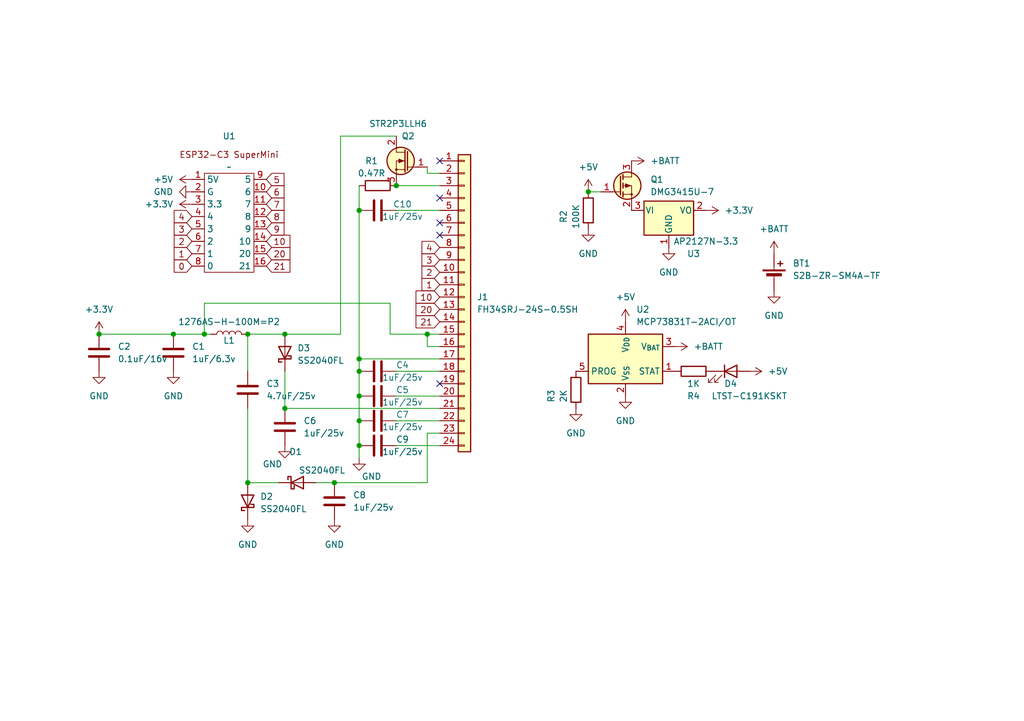
<source format=kicad_sch>
(kicad_sch (version 20230121) (generator eeschema)
  (paper "A5")
  (lib_symbols
    (symbol "Battery_Management:MCP73831-2-OT"
      (property "Reference" "U" (at -7.62 6.35 0))
      (property "Value" "MCP73831-2-OT" (at 1.27 6.35 0))
      (symbol "MCP73831-2-OT_0_1"
        (rectangle (start -7.62 5.08) (end 7.62 -5.08) (stroke (width 0.254)) (fill (type background)))
      )
      (symbol "MCP73831-2-OT_1_1"
        (pin output line (at 10.16 -2.54 180) (length 2.54) (name "STAT") (number "1"))
        (pin power_in line (at 0 -7.62 90) (length 2.54) (name "V_{SS}") (number "2"))
        (pin power_out line (at 10.16 2.54 180) (length 2.54) (name "V_{BAT}") (number "3"))
        (pin power_in line (at 0 7.62 270) (length 2.54) (name "V_{DD}") (number "4"))
        (pin input line (at -10.16 -2.54 0) (length 2.54) (name "PROG") (number "5"))
      )
    )
    (symbol "Connector_Generic:Conn_01x24" (pin_names (offset 1.016) hide)
      (property "Reference" "J" (at 0 30.48 0))
      (property "Value" "Conn_01x24" (at 0 -33.02 0))
      (symbol "Conn_01x24_1_1"
        (rectangle (start -1.27 -30.353) (end 0 -30.607) (stroke (width 0.1524)))
        (rectangle (start -1.27 -27.813) (end 0 -28.067) (stroke (width 0.1524)))
        (rectangle (start -1.27 -25.273) (end 0 -25.527) (stroke (width 0.1524)))
        (rectangle (start -1.27 -22.733) (end 0 -22.987) (stroke (width 0.1524)))
        (rectangle (start -1.27 -20.193) (end 0 -20.447) (stroke (width 0.1524)))
        (rectangle (start -1.27 -17.653) (end 0 -17.907) (stroke (width 0.1524)))
        (rectangle (start -1.27 -15.113) (end 0 -15.367) (stroke (width 0.1524)))
        (rectangle (start -1.27 -12.573) (end 0 -12.827) (stroke (width 0.1524)))
        (rectangle (start -1.27 -10.033) (end 0 -10.287) (stroke (width 0.1524)))
        (rectangle (start -1.27 -7.493) (end 0 -7.747) (stroke (width 0.1524)))
        (rectangle (start -1.27 -4.953) (end 0 -5.207) (stroke (width 0.1524)))
        (rectangle (start -1.27 -2.413) (end 0 -2.667) (stroke (width 0.1524)))
        (rectangle (start -1.27 0.127) (end 0 -0.127) (stroke (width 0.1524)))
        (rectangle (start -1.27 2.667) (end 0 2.413) (stroke (width 0.1524)))
        (rectangle (start -1.27 5.207) (end 0 4.953) (stroke (width 0.1524)))
        (rectangle (start -1.27 7.747) (end 0 7.493) (stroke (width 0.1524)))
        (rectangle (start -1.27 10.287) (end 0 10.033) (stroke (width 0.1524)))
        (rectangle (start -1.27 12.827) (end 0 12.573) (stroke (width 0.1524)))
        (rectangle (start -1.27 15.367) (end 0 15.113) (stroke (width 0.1524)))
        (rectangle (start -1.27 17.907) (end 0 17.653) (stroke (width 0.1524)))
        (rectangle (start -1.27 20.447) (end 0 20.193) (stroke (width 0.1524)))
        (rectangle (start -1.27 22.987) (end 0 22.733) (stroke (width 0.1524)))
        (rectangle (start -1.27 25.527) (end 0 25.273) (stroke (width 0.1524)))
        (rectangle (start -1.27 28.067) (end 0 27.813) (stroke (width 0.1524)))
        (rectangle (start -1.27 29.21) (end 1.27 -31.75) (stroke (width 0.254)) (fill (type background)))
        (pin passive line (at -5.08 27.94 0) (length 3.81) (name "Pin_1") (number "1"))
        (pin passive line (at -5.08 5.08 0) (length 3.81) (name "Pin_10") (number "10"))
        (pin passive line (at -5.08 2.54 0) (length 3.81) (name "Pin_11") (number "11"))
        (pin passive line (at -5.08 0 0) (length 3.81) (name "Pin_12") (number "12"))
        (pin passive line (at -5.08 -2.54 0) (length 3.81) (name "Pin_13") (number "13"))
        (pin passive line (at -5.08 -5.08 0) (length 3.81) (name "Pin_14") (number "14"))
        (pin passive line (at -5.08 -7.62 0) (length 3.81) (name "Pin_15") (number "15"))
        (pin passive line (at -5.08 -10.16 0) (length 3.81) (name "Pin_16") (number "16"))
        (pin passive line (at -5.08 -12.7 0) (length 3.81) (name "Pin_17") (number "17"))
        (pin passive line (at -5.08 -15.24 0) (length 3.81) (name "Pin_18") (number "18"))
        (pin passive line (at -5.08 -17.78 0) (length 3.81) (name "Pin_19") (number "19"))
        (pin passive line (at -5.08 25.4 0) (length 3.81) (name "Pin_2") (number "2"))
        (pin passive line (at -5.08 -20.32 0) (length 3.81) (name "Pin_20") (number "20"))
        (pin passive line (at -5.08 -22.86 0) (length 3.81) (name "Pin_21") (number "21"))
        (pin passive line (at -5.08 -25.4 0) (length 3.81) (name "Pin_22") (number "22"))
        (pin passive line (at -5.08 -27.94 0) (length 3.81) (name "Pin_23") (number "23"))
        (pin passive line (at -5.08 -30.48 0) (length 3.81) (name "Pin_24") (number "24"))
        (pin passive line (at -5.08 22.86 0) (length 3.81) (name "Pin_3") (number "3"))
        (pin passive line (at -5.08 20.32 0) (length 3.81) (name "Pin_4") (number "4"))
        (pin passive line (at -5.08 17.78 0) (length 3.81) (name "Pin_5") (number "5"))
        (pin passive line (at -5.08 15.24 0) (length 3.81) (name "Pin_6") (number "6"))
        (pin passive line (at -5.08 12.7 0) (length 3.81) (name "Pin_7") (number "7"))
        (pin passive line (at -5.08 10.16 0) (length 3.81) (name "Pin_8") (number "8"))
        (pin passive line (at -5.08 7.62 0) (length 3.81) (name "Pin_9") (number "9"))
      )
    )
    (symbol "Device:Battery_Cell" (pin_numbers hide) (pin_names (offset 0) hide)
      (property "Reference" "BT" (at 2.54 2.54 0))
      (property "Value" "Battery_Cell" (at 2.54 0 0))
      (symbol "Battery_Cell_0_1"
        (rectangle (start -2.286 1.778) (end 2.286 1.524) (fill (type outline)))
        (rectangle (start -1.524 1.016) (end 1.524 0.508) (fill (type outline)))
        (polyline (pts (xy 0 0.762) (xy 0 0)))
        (polyline (pts (xy 0 1.778) (xy 0 2.54)))
        (polyline (pts (xy 0.762 3.048) (xy 1.778 3.048)) (stroke (width 0.254)))
        (polyline (pts (xy 1.27 3.556) (xy 1.27 2.54)) (stroke (width 0.254)))
      )
      (symbol "Battery_Cell_1_1"
        (pin passive line (at 0 5.08 270) (length 2.54) (name "+") (number "1"))
        (pin passive line (at 0 -2.54 90) (length 2.54) (name "-") (number "2"))
      )
    )
    (symbol "Device:C" (pin_numbers hide) (pin_names (offset 0.254))
      (property "Reference" "C" (at 0.635 2.54 0))
      (property "Value" "C" (at 0.635 -2.54 0))
      (symbol "C_0_1"
        (polyline (pts (xy -2.032 -0.762) (xy 2.032 -0.762)) (stroke (width 0.508)))
        (polyline (pts (xy -2.032 0.762) (xy 2.032 0.762)) (stroke (width 0.508)))
      )
      (symbol "C_1_1"
        (pin passive line (at 0 3.81 270) (length 2.794) (name "~") (number "1"))
        (pin passive line (at 0 -3.81 90) (length 2.794) (name "~") (number "2"))
      )
    )
    (symbol "Device:L" (pin_numbers hide) (pin_names (offset 1.016) hide)
      (property "Reference" "L" (at -1.27 0 90))
      (property "Value" "L" (at 1.905 0 90))
      (symbol "L_0_1"
        (arc (start 0 -2.54) (mid 0.6323 -1.905) (end 0 -1.27))
        (arc (start 0 -1.27) (mid 0.6323 -0.635) (end 0 0))
        (arc (start 0 0) (mid 0.6323 0.635) (end 0 1.27))
        (arc (start 0 1.27) (mid 0.6323 1.905) (end 0 2.54))
      )
      (symbol "L_1_1"
        (pin passive line (at 0 3.81 270) (length 1.27) (name "1") (number "1"))
        (pin passive line (at 0 -3.81 90) (length 1.27) (name "2") (number "2"))
      )
    )
    (symbol "Device:LED" (pin_numbers hide) (pin_names (offset 1.016) hide)
      (property "Reference" "D" (at 0 2.54 0))
      (property "Value" "LED" (at 0 -2.54 0))
      (symbol "LED_0_1"
        (polyline (pts (xy -1.27 -1.27) (xy -1.27 1.27)) (stroke (width 0.254)))
        (polyline (pts (xy -1.27 0) (xy 1.27 0)))
        (polyline (pts (xy 1.27 -1.27) (xy 1.27 1.27) (xy -1.27 0) (xy 1.27 -1.27)) (stroke (width 0.254)))
        (polyline (pts (xy -3.048 -0.762) (xy -4.572 -2.286) (xy -3.81 -2.286) (xy -4.572 -2.286) (xy -4.572 -1.524)))
        (polyline (pts (xy -1.778 -0.762) (xy -3.302 -2.286) (xy -2.54 -2.286) (xy -3.302 -2.286) (xy -3.302 -1.524)))
      )
      (symbol "LED_1_1"
        (pin passive line (at -3.81 0 0) (length 2.54) (name "K") (number "1"))
        (pin passive line (at 3.81 0 180) (length 2.54) (name "A") (number "2"))
      )
    )
    (symbol "Device:R" (pin_numbers hide) (pin_names (offset 0))
      (property "Reference" "R" (at 2.032 0 90))
      (property "Value" "R" (at 0 0 90))
      (symbol "R_0_1"
        (rectangle (start -1.016 -2.54) (end 1.016 2.54) (stroke (width 0.254)))
      )
      (symbol "R_1_1"
        (pin passive line (at 0 3.81 270) (length 1.27) (name "~") (number "1"))
        (pin passive line (at 0 -3.81 90) (length 1.27) (name "~") (number "2"))
      )
    )
    (symbol "Diode:C3D02065E" (pin_numbers hide) (pin_names (offset 1.016) hide)
      (property "Reference" "D" (at 0 2.54 0))
      (property "Value" "C3D02065E" (at 0 -2.54 0))
      (symbol "C3D02065E_0_1"
        (polyline (pts (xy 1.27 0) (xy -1.27 0)))
        (polyline (pts (xy 1.27 1.27) (xy 1.27 -1.27) (xy -1.27 0) (xy 1.27 1.27)) (stroke (width 0.254)))
        (polyline (pts (xy -1.905 0.635) (xy -1.905 1.27) (xy -1.27 1.27) (xy -1.27 -1.27) (xy -0.635 -1.27) (xy -0.635 -0.635)) (stroke (width 0.254)))
      )
      (symbol "C3D02065E_1_1"
        (pin passive line (at -3.81 0 0) (length 2.54) (name "K") (number "1"))
        (pin passive line (at 3.81 0 180) (length 2.54) (name "A") (number "2"))
      )
    )
    (symbol "PCM_Transistor_MOSFET_AKL:DMG3415U" (pin_names hide)
      (property "Reference" "Q" (at 5.08 1.27 0))
      (property "Value" "DMG3415U" (at 5.08 -1.27 0))
      (symbol "DMG3415U_0_1"
        (polyline (pts (xy 0.254 -1.905) (xy 0.254 1.905)) (stroke (width 0.254)))
        (polyline (pts (xy 0.254 1.27) (xy -2.54 1.27)))
        (polyline (pts (xy 0.762 -2.286) (xy 0.762 -1.27)) (stroke (width 0.254)))
        (polyline (pts (xy 0.762 -1.778) (xy 2.54 -1.778)))
        (polyline (pts (xy 0.762 -0.508) (xy 0.762 0.508)) (stroke (width 0.254)))
        (polyline (pts (xy 0.762 1.27) (xy 0.762 2.286)) (stroke (width 0.254)))
        (polyline (pts (xy 0.762 1.778) (xy 2.54 1.778)))
        (polyline (pts (xy 2.54 -2.54) (xy 2.54 -1.778)))
        (polyline (pts (xy 2.54 2.54) (xy 2.54 0) (xy 0.762 0)))
        (polyline (pts (xy 2.286 0) (xy 1.27 -0.381) (xy 1.27 0.381) (xy 2.286 0)) (fill (type outline)))
      )
      (symbol "DMG3415U_1_1"
        (circle (center 1.651 0) (radius 2.794) (stroke (width 0.254)) (fill (type background)))
        (circle (center 2.54 1.778) (radius 0.1778) (fill (type outline)))
        (pin input line (at -3.81 1.27 0) (length 2.54) (name "G") (number "1"))
        (pin passive line (at 2.54 5.08 270) (length 2.54) (name "S") (number "2"))
        (pin passive line (at 2.54 -5.08 90) (length 2.54) (name "D") (number "3"))
      )
    )
    (symbol "PCM_Transistor_MOSFET_AKL:Q_NMOS-D_Generic_GDS" (pin_names hide)
      (property "Reference" "Q" (at 5.08 1.27 0))
      (property "Value" "Q_NMOS-D_Generic_GDS" (at 5.08 -1.27 0))
      (symbol "Q_NMOS-D_Generic_GDS_0_1"
        (polyline (pts (xy 0.254 -1.27) (xy -2.54 -1.27)))
        (polyline (pts (xy 0.254 1.905) (xy 0.254 -1.905)) (stroke (width 0.254)))
        (polyline (pts (xy 0.762 -2.286) (xy 0.762 2.286)) (stroke (width 0.254)))
        (polyline (pts (xy 0.762 -1.778) (xy 2.54 -1.778)))
        (polyline (pts (xy 2.54 1.778) (xy 0.762 1.778)))
        (polyline (pts (xy 2.54 2.54) (xy 2.54 1.778)))
        (polyline (pts (xy 2.54 -2.54) (xy 2.54 0) (xy 0.762 0)))
        (polyline (pts (xy 1.016 0) (xy 2.032 0.381) (xy 2.032 -0.381) (xy 1.016 0)) (fill (type outline)))
        (circle (center 1.651 0) (radius 2.794) (stroke (width 0.254)) (fill (type background)))
        (circle (center 2.54 -1.778) (radius 0.1778) (fill (type outline)))
      )
      (symbol "Q_NMOS-D_Generic_GDS_1_1"
        (pin input line (at -3.81 -1.27 0) (length 2.54) (name "G") (number "1"))
        (pin passive line (at 2.54 5.08 270) (length 2.54) (name "D") (number "2"))
        (pin passive line (at 2.54 -5.08 90) (length 2.54) (name "S") (number "3"))
      )
    )
    (symbol "Regulator_Linear:AP2127N-3.3" (pin_names (offset 0.254))
      (property "Reference" "U" (at -3.81 3.175 0))
      (property "Value" "AP2127N-3.3" (at 0 3.175 0))
      (symbol "AP2127N-3.3_0_1"
        (rectangle (start -5.08 1.905) (end 5.08 -5.08) (stroke (width 0.254)) (fill (type background)))
      )
      (symbol "AP2127N-3.3_1_1"
        (pin power_in line (at 0 -7.62 90) (length 2.54) (name "GND") (number "1"))
        (pin power_out line (at 7.62 0 180) (length 2.54) (name "VO") (number "2"))
        (pin power_in line (at -7.62 0 0) (length 2.54) (name "VI") (number "3"))
      )
    )
    (symbol "custom:esp32-c3_superMini"
      (property "Reference" "U" (at 0 0 0))
      (symbol "esp32-c3_superMini_0_1"
        (rectangle (start -5.08 -1.27) (end 5.08 -21.59))
      )
      (symbol "esp32-c3_superMini_1_1"
        (text "ESP32-C3 SuperMini\n" (at 0 2.54 0) (effects (font (size 1.27 1.27))))
        (pin bidirectional line (at -7.62 -2.54 0) (length 2.54) (name "5V") (number "1"))
        (pin bidirectional line (at 7.62 -5.08 180) (length 2.54) (name "6") (number "10"))
        (pin bidirectional line (at 7.62 -7.62 180) (length 2.54) (name "7") (number "11"))
        (pin bidirectional line (at 7.62 -10.16 180) (length 2.54) (name "8") (number "12"))
        (pin bidirectional line (at 7.62 -12.7 180) (length 2.54) (name "9") (number "13"))
        (pin bidirectional line (at 7.62 -15.24 180) (length 2.54) (name "10") (number "14"))
        (pin bidirectional line (at 7.62 -17.78 180) (length 2.54) (name "20") (number "15"))
        (pin bidirectional line (at 7.62 -20.32 180) (length 2.54) (name "21") (number "16"))
        (pin bidirectional line (at -7.62 -5.08 0) (length 2.54) (name "G") (number "2"))
        (pin bidirectional line (at -7.62 -7.62 0) (length 2.54) (name "3.3") (number "3"))
        (pin bidirectional line (at -7.62 -10.16 0) (length 2.54) (name "4") (number "4"))
        (pin bidirectional line (at -7.62 -12.7 0) (length 2.54) (name "3") (number "5"))
        (pin bidirectional line (at -7.62 -15.24 0) (length 2.54) (name "2") (number "6"))
        (pin bidirectional line (at -7.62 -17.78 0) (length 2.54) (name "1") (number "7"))
        (pin bidirectional line (at -7.62 -20.32 0) (length 2.54) (name "0") (number "8"))
        (pin bidirectional line (at 7.62 -2.54 180) (length 2.54) (name "5") (number "9"))
      )
    )
    (symbol "power:+3.3V" (power) (pin_names (offset 0))
      (property "Value" "+3.3V" (at 0 3.556 0))
      (symbol "+3.3V_0_1"
        (polyline (pts (xy -0.762 1.27) (xy 0 2.54)))
        (polyline (pts (xy 0 0) (xy 0 2.54)))
        (polyline (pts (xy 0 2.54) (xy 0.762 1.27)))
      )
      (symbol "+3.3V_1_1"
        (pin power_in line (at 0 0 90) (length 0) hide (name "+3.3V") (number "1"))
      )
    )
    (symbol "power:+5V" (power) (pin_names (offset 0))
      (property "Value" "+5V" (at 0 3.556 0))
      (symbol "+5V_0_1"
        (polyline (pts (xy -0.762 1.27) (xy 0 2.54)))
        (polyline (pts (xy 0 0) (xy 0 2.54)))
        (polyline (pts (xy 0 2.54) (xy 0.762 1.27)))
      )
      (symbol "+5V_1_1"
        (pin power_in line (at 0 0 90) (length 0) hide (name "+5V") (number "1"))
      )
    )
    (symbol "power:+BATT" (power) (pin_names (offset 0))
      (property "Value" "+BATT" (at 0 3.556 0))
      (symbol "+BATT_0_1"
        (polyline (pts (xy -0.762 1.27) (xy 0 2.54)))
        (polyline (pts (xy 0 0) (xy 0 2.54)))
        (polyline (pts (xy 0 2.54) (xy 0.762 1.27)))
      )
      (symbol "+BATT_1_1"
        (pin power_in line (at 0 0 90) (length 0) hide (name "+BATT") (number "1"))
      )
    )
    (symbol "power:GND" (power) (pin_names (offset 0))
      (property "Value" "GND" (at 0 -3.81 0))
      (symbol "GND_0_1"
        (polyline (pts (xy 0 0) (xy 0 -1.27) (xy 1.27 -1.27) (xy 0 -2.54) (xy -1.27 -1.27) (xy 0 -1.27)))
      )
      (symbol "GND_1_1"
        (pin power_in line (at 0 0 270) (length 0) hide (name "GND") (number "1"))
      )
    )
  )
  (junction (at 58.42 68.58))
  (junction (at 35.56 68.58))
  (junction (at 50.8 99.06))
  (junction (at 68.58 99.06))
  (junction (at 73.66 86.36))
  (junction (at 50.8 68.58))
  (junction (at 73.66 91.44))
  (junction (at 87.63 68.58))
  (junction (at 73.66 73.66))
  (junction (at 73.66 76.2))
  (junction (at 73.66 81.28))
  (junction (at 73.66 43.18))
  (junction (at 120.65 39.37))
  (junction (at 81.28 38.1))
  (junction (at 20.32 68.58))
  (junction (at 41.91 68.58))
  (junction (at 58.42 83.82))
  (no_connect (at 90.17 48.26))
  (no_connect (at 90.17 78.74))
  (no_connect (at 90.17 33.02))
  (no_connect (at 90.17 45.72))
  (no_connect (at 90.17 40.64))
  (wire (pts (xy 50.8 83.82) (xy 50.8 99.06)))
  (wire (pts (xy 73.66 38.1) (xy 73.66 43.18)))
  (wire (pts (xy 80.01 62.23) (xy 41.91 62.23)))
  (wire (pts (xy 69.85 27.94) (xy 69.85 68.58)))
  (wire (pts (xy 41.91 62.23) (xy 41.91 68.58)))
  (wire (pts (xy 87.63 68.58) (xy 87.63 71.12)))
  (wire (pts (xy 50.8 68.58) (xy 50.8 76.2)))
  (wire (pts (xy 81.28 38.1) (xy 90.17 38.1)))
  (wire (pts (xy 81.28 86.36) (xy 90.17 86.36)))
  (wire (pts (xy 80.01 68.58) (xy 80.01 62.23)))
  (wire (pts (xy 73.66 76.2) (xy 73.66 81.28)))
  (wire (pts (xy 58.42 76.2) (xy 58.42 83.82)))
  (wire (pts (xy 50.8 68.58) (xy 58.42 68.58)))
  (wire (pts (xy 58.42 83.82) (xy 90.17 83.82)))
  (wire (pts (xy 73.66 81.28) (xy 73.66 86.36)))
  (wire (pts (xy 90.17 68.58) (xy 87.63 68.58)))
  (wire (pts (xy 87.63 71.12) (xy 90.17 71.12)))
  (wire (pts (xy 81.28 91.44) (xy 90.17 91.44)))
  (wire (pts (xy 87.63 35.56) (xy 87.63 34.29)))
  (wire (pts (xy 81.28 27.94) (xy 69.85 27.94)))
  (wire (pts (xy 35.56 68.58) (xy 41.91 68.58)))
  (wire (pts (xy 58.42 68.58) (xy 69.85 68.58)))
  (wire (pts (xy 120.65 39.37) (xy 123.19 39.37)))
  (wire (pts (xy 81.28 76.2) (xy 90.17 76.2)))
  (wire (pts (xy 50.8 99.06) (xy 57.15 99.06)))
  (wire (pts (xy 73.66 73.66) (xy 90.17 73.66)))
  (wire (pts (xy 73.66 73.66) (xy 73.66 76.2)))
  (wire (pts (xy 41.91 68.58) (xy 43.18 68.58)))
  (wire (pts (xy 73.66 91.44) (xy 73.66 93.98)))
  (wire (pts (xy 73.66 43.18) (xy 73.66 73.66)))
  (wire (pts (xy 81.28 43.18) (xy 90.17 43.18)))
  (wire (pts (xy 64.77 99.06) (xy 68.58 99.06)))
  (wire (pts (xy 81.28 81.28) (xy 90.17 81.28)))
  (wire (pts (xy 87.63 68.58) (xy 80.01 68.58)))
  (wire (pts (xy 73.66 86.36) (xy 73.66 91.44)))
  (wire (pts (xy 20.32 68.58) (xy 35.56 68.58)))
  (wire (pts (xy 87.63 88.9) (xy 90.17 88.9)))
  (wire (pts (xy 87.63 88.9) (xy 87.63 99.06)))
  (wire (pts (xy 90.17 35.56) (xy 87.63 35.56)))
  (wire (pts (xy 87.63 99.06) (xy 68.58 99.06)))
  (global_label "10" (shape input) (at 54.61 49.53 0) (property "Intersheetrefs" "${INTERSHEET_REFS}" (effects hide)))
  (global_label "1" (shape input) (at 90.17 58.42 180) (property "Intersheetrefs" "${INTERSHEET_REFS}" (effects hide)))
  (global_label "4" (shape input) (at 39.37 44.45 180) (property "Intersheetrefs" "${INTERSHEET_REFS}" (effects hide)))
  (global_label "0" (shape input) (at 39.37 54.61 180) (property "Intersheetrefs" "${INTERSHEET_REFS}" (effects hide)))
  (global_label "21" (shape input) (at 90.17 66.04 180) (property "Intersheetrefs" "${INTERSHEET_REFS}" (effects hide)))
  (global_label "3" (shape input) (at 39.37 46.99 180) (property "Intersheetrefs" "${INTERSHEET_REFS}" (effects hide)))
  (global_label "2" (shape input) (at 39.37 49.53 180) (property "Intersheetrefs" "${INTERSHEET_REFS}" (effects hide)))
  (global_label "9" (shape input) (at 54.61 46.99 0) (property "Intersheetrefs" "${INTERSHEET_REFS}" (effects hide)))
  (global_label "2" (shape input) (at 90.17 55.88 180) (property "Intersheetrefs" "${INTERSHEET_REFS}" (effects hide)))
  (global_label "4" (shape input) (at 90.17 50.8 180) (property "Intersheetrefs" "${INTERSHEET_REFS}" (effects hide)))
  (global_label "8" (shape input) (at 54.61 44.45 0) (property "Intersheetrefs" "${INTERSHEET_REFS}" (effects hide)))
  (global_label "6" (shape input) (at 54.61 39.37 0) (property "Intersheetrefs" "${INTERSHEET_REFS}" (effects hide)))
  (global_label "21" (shape input) (at 54.61 54.61 0) (property "Intersheetrefs" "${INTERSHEET_REFS}" (effects hide)))
  (global_label "1" (shape input) (at 39.37 52.07 180) (property "Intersheetrefs" "${INTERSHEET_REFS}" (effects hide)))
  (global_label "5" (shape input) (at 54.61 36.83 0) (property "Intersheetrefs" "${INTERSHEET_REFS}" (effects hide)))
  (global_label "7" (shape input) (at 54.61 41.91 0) (property "Intersheetrefs" "${INTERSHEET_REFS}" (effects hide)))
  (global_label "20" (shape input) (at 90.17 63.5 180) (property "Intersheetrefs" "${INTERSHEET_REFS}" (effects hide)))
  (global_label "20" (shape input) (at 54.61 52.07 0) (property "Intersheetrefs" "${INTERSHEET_REFS}" (effects hide)))
  (global_label "3" (shape input) (at 90.17 53.34 180) (property "Intersheetrefs" "${INTERSHEET_REFS}" (effects hide)))
  (global_label "10" (shape input) (at 90.17 60.96 180) (property "Intersheetrefs" "${INTERSHEET_REFS}" (effects hide)))
  (symbol (lib_id "power:GND") (at 73.66 93.98 0) (unit 1)
    (property "Reference" "#PWR010" (effects hide))
    (property "Value" "GND" (at 76.2 97.79 0))
  )
  (symbol (lib_id "Device:C") (at 68.58 102.87 0) (unit 1)
    (property "Reference" "C8" (at 72.39 101.6 0) (effects (justify left)))
    (property "Value" "1uF/25v" (at 72.39 104.14 0) (effects (justify left)))
    (property "Footprint" "PCM_Capacitor_SMD_AKL:C_0603_1608Metric" (effects hide))
  )
  (symbol (lib_id "Device:C") (at 58.42 87.63 0) (unit 1)
    (property "Reference" "C6" (at 62.23 86.36 0) (effects (justify left)))
    (property "Value" "1uF/25v" (at 62.23 88.9 0) (effects (justify left)))
    (property "Footprint" "PCM_Capacitor_SMD_AKL:C_0603_1608Metric" (effects hide))
  )
  (symbol (lib_id "Device:R") (at 120.65 43.18 180) (unit 1)
    (property "Reference" "R2" (at 115.57 44.45 90))
    (property "Value" "100K" (at 118.11 44.45 90))
    (property "Footprint" "PCM_Resistor_SMD_AKL:R_0603_1608Metric" (effects hide))
  )
  (symbol (lib_id "Device:LED") (at 149.86 76.2 0) (unit 1)
    (property "Reference" "D4" (at 149.86 78.74 0))
    (property "Value" "LTST-C191KSKT" (at 153.67 81.28 0))
    (property "Footprint" "LED_SMD:LED_0603_1608Metric" (effects hide))
  )
  (symbol (lib_id "Device:Battery_Cell") (at 158.75 57.15 0) (unit 1)
    (property "Reference" "BT1" (at 162.56 54.0385 0) (effects (justify left)))
    (property "Value" "S2B-ZR-SM4A-TF" (at 162.56 56.5785 0) (effects (justify left)))
    (property "Footprint" "Connector_JST:JST_PH_S2B-PH-SM4-TB_1x02-1MP_P2.00mm_Horizontal" (effects hide))
  )
  (symbol (lib_id "Device:R") (at 77.47 38.1 90) (unit 1)
    (property "Reference" "R1" (at 76.2 33.02 90))
    (property "Value" "0.47R" (at 76.2 35.56 90))
    (property "Footprint" "PCM_Resistor_SMD_AKL:R_0603_1608Metric" (effects hide))
  )
  (symbol (lib_id "power:+5V") (at 128.27 66.04 0) (unit 1)
    (property "Reference" "#PWR015" (effects hide))
    (property "Value" "+5V" (at 128.27 60.96 0))
  )
  (symbol (lib_id "Device:C") (at 50.8 80.01 0) (unit 1)
    (property "Reference" "C3" (at 54.61 78.74 0) (effects (justify left)))
    (property "Value" "4.7uF/25v" (at 54.61 81.28 0) (effects (justify left)))
    (property "Footprint" "PCM_Capacitor_SMD_AKL:C_0603_1608Metric" (effects hide))
  )
  (symbol (lib_id "power:+5V") (at 120.65 39.37 0) (unit 1)
    (property "Reference" "#PWR011" (effects hide))
    (property "Value" "+5V" (at 120.65 34.29 0))
  )
  (symbol (lib_id "Device:R") (at 142.24 76.2 270) (unit 1)
    (property "Reference" "R4" (at 142.24 81.28 90))
    (property "Value" "1K" (at 142.24 78.74 90))
    (property "Footprint" "PCM_Resistor_SMD_AKL:R_0603_1608Metric" (effects hide))
  )
  (symbol (lib_id "power:GND") (at 128.27 81.28 0) (unit 1)
    (property "Reference" "#PWR017" (effects hide))
    (property "Value" "GND" (at 128.27 86.36 0))
  )
  (symbol (lib_id "power:+BATT") (at 158.75 52.07 0) (unit 1)
    (property "Reference" "#PWR020" (effects hide))
    (property "Value" "+BATT" (at 158.75 46.99 0))
  )
  (symbol (lib_id "Device:C") (at 77.47 43.18 90) (unit 1)
    (property "Reference" "C10" (at 82.55 41.91 90))
    (property "Value" "1uF/25v" (at 82.55 44.45 90))
    (property "Footprint" "PCM_Capacitor_SMD_AKL:C_0603_1608Metric" (effects hide))
  )
  (symbol (lib_id "Battery_Management:MCP73831-2-OT") (at 128.27 73.66 0) (unit 1)
    (property "Reference" "U2" (at 130.4641 63.5 0) (effects (justify left)))
    (property "Value" "MCP73831T-2ACI/OT" (at 130.4641 66.04 0) (effects (justify left)))
    (property "Footprint" "Package_TO_SOT_SMD:SOT-23-5" (effects hide))
    (property "Datasheet" "http://ww1.microchip.com/downloads/en/DeviceDoc/20001984g.pdf" (effects hide))
  )
  (symbol (lib_id "power:GND") (at 118.11 83.82 0) (unit 1)
    (property "Reference" "#PWR016" (effects hide))
    (property "Value" "GND" (at 118.11 88.9 0))
  )
  (symbol (lib_id "power:+3.3V") (at 144.78 43.18 270) (unit 1)
    (property "Reference" "#PWR013" (effects hide))
    (property "Value" "+3.3V" (at 148.59 43.18 90) (effects (justify left)))
  )
  (symbol (lib_id "power:+5V") (at 153.67 76.2 270) (unit 1)
    (property "Reference" "#PWR019" (effects hide))
    (property "Value" "+5V" (at 157.48 76.2 90) (effects (justify left)))
  )
  (symbol (lib_id "power:+BATT") (at 138.43 71.12 270) (unit 1)
    (property "Reference" "#PWR018" (effects hide))
    (property "Value" "+BATT" (at 142.24 71.12 90) (effects (justify left)))
  )
  (symbol (lib_id "Connector_Generic:Conn_01x24") (at 95.25 60.96 0) (unit 1)
    (property "Reference" "J1" (at 97.79 60.96 0) (effects (justify left)))
    (property "Value" "FH34SRJ-24S-0.5SH" (at 97.79 63.5 0) (effects (justify left)))
    (property "Footprint" "custom:FH34SRJ-24S-0.5SH" (effects hide))
  )
  (symbol (lib_id "Diode:C3D02065E") (at 50.8 102.87 90) (unit 1)
    (property "Reference" "D2" (at 53.34 101.9175 90) (effects (justify right)))
    (property "Value" "SS2040FL" (at 53.34 104.4575 90) (effects (justify right)))
    (property "Footprint" "PCM_Diode_SMD_AKL:D_0603_1608Metric" (effects hide))
    (property "Datasheet" "https://www.wolfspeed.com/media/downloads/118/C3D02065E.pdf" (effects hide))
  )
  (symbol (lib_id "power:GND") (at 50.8 106.68 0) (unit 1)
    (property "Reference" "#PWR08" (effects hide))
    (property "Value" "GND" (at 50.8 111.76 0))
  )
  (symbol (lib_id "Device:C") (at 77.47 86.36 90) (unit 1)
    (property "Reference" "C7" (at 82.55 85.09 90))
    (property "Value" "1uF/25v" (at 82.55 87.63 90))
    (property "Footprint" "PCM_Capacitor_SMD_AKL:C_0603_1608Metric" (effects hide))
  )
  (symbol (lib_id "power:GND") (at 20.32 76.2 0) (unit 1)
    (property "Reference" "#PWR07" (effects hide))
    (property "Value" "GND" (at 20.32 81.28 0))
  )
  (symbol (lib_id "power:GND") (at 35.56 76.2 0) (unit 1)
    (property "Reference" "#PWR06" (effects hide))
    (property "Value" "GND" (at 35.56 81.28 0))
  )
  (symbol (lib_id "custom:esp32-c3_superMini") (at 46.99 34.29 0) (unit 1)
    (property "Reference" "U1" (at 46.99 27.94 0))
    (property "Value" "~" (at 46.99 34.29 0))
    (property "Footprint" "custom:esp32-c3 superMini" (effects hide))
  )
  (symbol (lib_id "Device:C") (at 77.47 91.44 90) (unit 1)
    (property "Reference" "C9" (at 82.55 90.17 90))
    (property "Value" "1uF/25v" (at 82.55 92.71 90))
    (property "Footprint" "PCM_Capacitor_SMD_AKL:C_0603_1608Metric" (effects hide))
  )
  (symbol (lib_id "Diode:C3D02065E") (at 58.42 72.39 90) (unit 1)
    (property "Reference" "D3" (at 60.96 71.4375 90) (effects (justify right)))
    (property "Value" "SS2040FL" (at 60.96 73.9775 90) (effects (justify right)))
    (property "Footprint" "PCM_Diode_SMD_AKL:D_0603_1608Metric" (effects hide))
    (property "Datasheet" "https://www.wolfspeed.com/media/downloads/118/C3D02065E.pdf" (effects hide))
  )
  (symbol (lib_id "Device:C") (at 20.32 72.39 0) (unit 1)
    (property "Reference" "C2" (at 24.13 71.12 0) (effects (justify left)))
    (property "Value" "0.1uF/16v" (at 24.13 73.66 0) (effects (justify left)))
    (property "Footprint" "PCM_Capacitor_SMD_AKL:C_0603_1608Metric" (effects hide))
  )
  (symbol (lib_id "power:GND") (at 58.42 91.44 0) (unit 1)
    (property "Reference" "#PWR09" (effects hide))
    (property "Value" "GND" (at 55.88 95.25 0))
  )
  (symbol (lib_id "power:GND") (at 68.58 106.68 0) (unit 1)
    (property "Reference" "#PWR05" (effects hide))
    (property "Value" "GND" (at 68.58 111.76 0))
  )
  (symbol (lib_id "PCM_Transistor_MOSFET_AKL:Q_NMOS-D_Generic_GDS") (at 83.82 33.02 0) (mirror y) (unit 1)
    (property "Reference" "Q2" (at 85.09 27.94 0) (effects (justify left)))
    (property "Value" "STR2P3LLH6" (at 87.63 25.4 0) (effects (justify left)))
    (property "Footprint" "PCM_Package_TO_SOT_SMD_AKL:SC-59" (effects hide))
  )
  (symbol (lib_id "power:GND") (at 39.37 39.37 270) (unit 1)
    (property "Reference" "#PWR01" (effects hide))
    (property "Value" "GND" (at 35.56 39.37 90) (effects (justify right)))
  )
  (symbol (lib_id "Device:C") (at 77.47 81.28 90) (unit 1)
    (property "Reference" "C5" (at 82.55 80.01 90))
    (property "Value" "1uF/25v" (at 82.55 82.55 90))
    (property "Footprint" "PCM_Capacitor_SMD_AKL:C_0603_1608Metric" (effects hide))
  )
  (symbol (lib_id "Regulator_Linear:AP2127N-3.3") (at 137.16 43.18 0) (unit 1)
    (property "Reference" "U3" (at 142.24 52.07 0))
    (property "Value" "AP2127N-3.3" (at 144.78 49.53 0))
    (property "Footprint" "Package_TO_SOT_SMD:SOT-23" (effects hide))
    (property "Datasheet" "https://www.diodes.com/assets/Datasheets/AP2127.pdf" (effects hide))
  )
  (symbol (lib_id "power:+3.3V") (at 39.37 41.91 90) (unit 1)
    (property "Reference" "#PWR02" (effects hide))
    (property "Value" "+3.3V" (at 35.56 41.91 90) (effects (justify left)))
  )
  (symbol (lib_id "power:+5V") (at 39.37 36.83 90) (unit 1)
    (property "Reference" "#PWR03" (effects hide))
    (property "Value" "+5V" (at 35.56 36.83 90) (effects (justify left)))
  )
  (symbol (lib_id "power:GND") (at 137.16 50.8 0) (unit 1)
    (property "Reference" "#PWR022" (effects hide))
    (property "Value" "GND" (at 137.16 55.88 0))
  )
  (symbol (lib_id "Device:C") (at 35.56 72.39 0) (unit 1)
    (property "Reference" "C1" (at 39.37 71.12 0) (effects (justify left)))
    (property "Value" "1uF/6.3v" (at 39.37 73.66 0) (effects (justify left)))
    (property "Footprint" "PCM_Capacitor_SMD_AKL:C_0603_1608Metric" (effects hide))
  )
  (symbol (lib_id "power:+3.3V") (at 20.32 68.58 0) (unit 1)
    (property "Reference" "#PWR04" (effects hide))
    (property "Value" "+3.3V" (at 20.32 63.5 0))
  )
  (symbol (lib_id "Diode:C3D02065E") (at 60.96 99.06 0) (unit 1)
    (property "Reference" "D1" (at 60.6425 92.71 0))
    (property "Value" "SS2040FL" (at 66.04 96.52 0))
    (property "Footprint" "PCM_Diode_SMD_AKL:D_0603_1608Metric" (effects hide))
    (property "Datasheet" "https://www.wolfspeed.com/media/downloads/118/C3D02065E.pdf" (effects hide))
  )
  (symbol (lib_id "Device:C") (at 77.47 76.2 90) (unit 1)
    (property "Reference" "C4" (at 82.55 74.93 90))
    (property "Value" "1uF/25v" (at 82.55 77.47 90))
    (property "Footprint" "PCM_Capacitor_SMD_AKL:C_0603_1608Metric" (effects hide))
  )
  (symbol (lib_id "Device:R") (at 118.11 80.01 180) (unit 1)
    (property "Reference" "R3" (at 113.03 81.28 90))
    (property "Value" "2K" (at 115.57 81.28 90))
    (property "Footprint" "PCM_Resistor_SMD_AKL:R_0603_1608Metric" (effects hide))
  )
  (symbol (lib_id "Device:L") (at 46.99 68.58 90) (unit 1)
    (property "Reference" "L1" (at 46.99 69.85 90))
    (property "Value" "1276AS-H-100M=P2" (at 46.99 66.04 90))
    (property "Footprint" "PCM_Inductor_SMD_AKL:L_1210_3225Metric" (effects hide))
  )
  (symbol (lib_id "power:GND") (at 120.65 46.99 0) (unit 1)
    (property "Reference" "#PWR012" (effects hide))
    (property "Value" "GND" (at 120.65 52.07 0))
  )
  (symbol (lib_id "power:+BATT") (at 129.54 33.02 270) (unit 1)
    (property "Reference" "#PWR014" (effects hide))
    (property "Value" "+BATT" (at 133.35 33.02 90) (effects (justify left)))
  )
  (symbol (lib_id "power:GND") (at 158.75 59.69 0) (unit 1)
    (property "Reference" "#PWR021" (effects hide))
    (property "Value" "GND" (at 158.75 64.77 0))
  )
  (symbol (lib_id "PCM_Transistor_MOSFET_AKL:DMG3415U") (at 127 38.1 0) (mirror x) (unit 1)
    (property "Reference" "Q1" (at 133.35 36.83 0) (effects (justify left)))
    (property "Value" "DMG3415U-7" (at 133.35 39.37 0) (effects (justify left)))
    (property "Footprint" "PCM_Package_TO_SOT_SMD_AKL:SC-59" (effects hide))
    (property "Datasheet" "https://www.tme.eu/Document/236093ecb8447f8a47174c5983185a9e/DMG3415U.pdf" (effects hide))
  )
)
</source>
